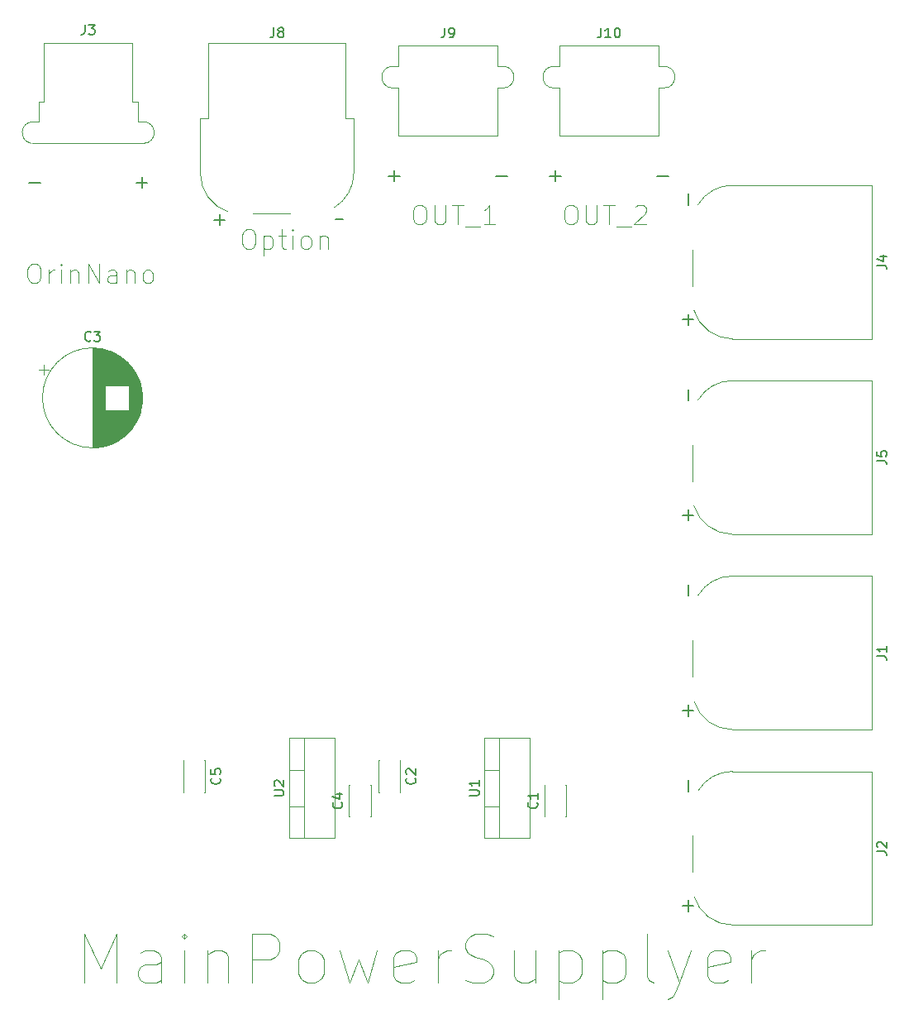
<source format=gbr>
%TF.GenerationSoftware,KiCad,Pcbnew,8.0.8-8.0.8-0~ubuntu24.04.1*%
%TF.CreationDate,2025-02-07T22:49:58+09:00*%
%TF.ProjectId,MainPowerSupply,4d61696e-506f-4776-9572-537570706c79,rev?*%
%TF.SameCoordinates,Original*%
%TF.FileFunction,Legend,Top*%
%TF.FilePolarity,Positive*%
%FSLAX46Y46*%
G04 Gerber Fmt 4.6, Leading zero omitted, Abs format (unit mm)*
G04 Created by KiCad (PCBNEW 8.0.8-8.0.8-0~ubuntu24.04.1) date 2025-02-07 22:49:58*
%MOMM*%
%LPD*%
G01*
G04 APERTURE LIST*
%ADD10C,0.100000*%
%ADD11C,0.150000*%
%ADD12C,0.120000*%
G04 APERTURE END LIST*
D10*
X110422931Y-73750038D02*
X110803884Y-73750038D01*
X110803884Y-73750038D02*
X110994360Y-73845276D01*
X110994360Y-73845276D02*
X111184836Y-74035752D01*
X111184836Y-74035752D02*
X111280074Y-74416704D01*
X111280074Y-74416704D02*
X111280074Y-75083371D01*
X111280074Y-75083371D02*
X111184836Y-75464323D01*
X111184836Y-75464323D02*
X110994360Y-75654800D01*
X110994360Y-75654800D02*
X110803884Y-75750038D01*
X110803884Y-75750038D02*
X110422931Y-75750038D01*
X110422931Y-75750038D02*
X110232455Y-75654800D01*
X110232455Y-75654800D02*
X110041979Y-75464323D01*
X110041979Y-75464323D02*
X109946741Y-75083371D01*
X109946741Y-75083371D02*
X109946741Y-74416704D01*
X109946741Y-74416704D02*
X110041979Y-74035752D01*
X110041979Y-74035752D02*
X110232455Y-73845276D01*
X110232455Y-73845276D02*
X110422931Y-73750038D01*
X112137217Y-75750038D02*
X112137217Y-74416704D01*
X112137217Y-74797657D02*
X112232455Y-74607180D01*
X112232455Y-74607180D02*
X112327693Y-74511942D01*
X112327693Y-74511942D02*
X112518169Y-74416704D01*
X112518169Y-74416704D02*
X112708646Y-74416704D01*
X113375312Y-75750038D02*
X113375312Y-74416704D01*
X113375312Y-73750038D02*
X113280074Y-73845276D01*
X113280074Y-73845276D02*
X113375312Y-73940514D01*
X113375312Y-73940514D02*
X113470550Y-73845276D01*
X113470550Y-73845276D02*
X113375312Y-73750038D01*
X113375312Y-73750038D02*
X113375312Y-73940514D01*
X114327693Y-74416704D02*
X114327693Y-75750038D01*
X114327693Y-74607180D02*
X114422931Y-74511942D01*
X114422931Y-74511942D02*
X114613407Y-74416704D01*
X114613407Y-74416704D02*
X114899122Y-74416704D01*
X114899122Y-74416704D02*
X115089598Y-74511942D01*
X115089598Y-74511942D02*
X115184836Y-74702419D01*
X115184836Y-74702419D02*
X115184836Y-75750038D01*
X116137217Y-75750038D02*
X116137217Y-73750038D01*
X116137217Y-73750038D02*
X117280074Y-75750038D01*
X117280074Y-75750038D02*
X117280074Y-73750038D01*
X119089598Y-75750038D02*
X119089598Y-74702419D01*
X119089598Y-74702419D02*
X118994360Y-74511942D01*
X118994360Y-74511942D02*
X118803884Y-74416704D01*
X118803884Y-74416704D02*
X118422931Y-74416704D01*
X118422931Y-74416704D02*
X118232455Y-74511942D01*
X119089598Y-75654800D02*
X118899122Y-75750038D01*
X118899122Y-75750038D02*
X118422931Y-75750038D01*
X118422931Y-75750038D02*
X118232455Y-75654800D01*
X118232455Y-75654800D02*
X118137217Y-75464323D01*
X118137217Y-75464323D02*
X118137217Y-75273847D01*
X118137217Y-75273847D02*
X118232455Y-75083371D01*
X118232455Y-75083371D02*
X118422931Y-74988133D01*
X118422931Y-74988133D02*
X118899122Y-74988133D01*
X118899122Y-74988133D02*
X119089598Y-74892895D01*
X120041979Y-74416704D02*
X120041979Y-75750038D01*
X120041979Y-74607180D02*
X120137217Y-74511942D01*
X120137217Y-74511942D02*
X120327693Y-74416704D01*
X120327693Y-74416704D02*
X120613408Y-74416704D01*
X120613408Y-74416704D02*
X120803884Y-74511942D01*
X120803884Y-74511942D02*
X120899122Y-74702419D01*
X120899122Y-74702419D02*
X120899122Y-75750038D01*
X122137217Y-75750038D02*
X121946741Y-75654800D01*
X121946741Y-75654800D02*
X121851503Y-75559561D01*
X121851503Y-75559561D02*
X121756265Y-75369085D01*
X121756265Y-75369085D02*
X121756265Y-74797657D01*
X121756265Y-74797657D02*
X121851503Y-74607180D01*
X121851503Y-74607180D02*
X121946741Y-74511942D01*
X121946741Y-74511942D02*
X122137217Y-74416704D01*
X122137217Y-74416704D02*
X122422932Y-74416704D01*
X122422932Y-74416704D02*
X122613408Y-74511942D01*
X122613408Y-74511942D02*
X122708646Y-74607180D01*
X122708646Y-74607180D02*
X122803884Y-74797657D01*
X122803884Y-74797657D02*
X122803884Y-75369085D01*
X122803884Y-75369085D02*
X122708646Y-75559561D01*
X122708646Y-75559561D02*
X122613408Y-75654800D01*
X122613408Y-75654800D02*
X122422932Y-75750038D01*
X122422932Y-75750038D02*
X122137217Y-75750038D01*
X149922931Y-67750038D02*
X150303884Y-67750038D01*
X150303884Y-67750038D02*
X150494360Y-67845276D01*
X150494360Y-67845276D02*
X150684836Y-68035752D01*
X150684836Y-68035752D02*
X150780074Y-68416704D01*
X150780074Y-68416704D02*
X150780074Y-69083371D01*
X150780074Y-69083371D02*
X150684836Y-69464323D01*
X150684836Y-69464323D02*
X150494360Y-69654800D01*
X150494360Y-69654800D02*
X150303884Y-69750038D01*
X150303884Y-69750038D02*
X149922931Y-69750038D01*
X149922931Y-69750038D02*
X149732455Y-69654800D01*
X149732455Y-69654800D02*
X149541979Y-69464323D01*
X149541979Y-69464323D02*
X149446741Y-69083371D01*
X149446741Y-69083371D02*
X149446741Y-68416704D01*
X149446741Y-68416704D02*
X149541979Y-68035752D01*
X149541979Y-68035752D02*
X149732455Y-67845276D01*
X149732455Y-67845276D02*
X149922931Y-67750038D01*
X151637217Y-67750038D02*
X151637217Y-69369085D01*
X151637217Y-69369085D02*
X151732455Y-69559561D01*
X151732455Y-69559561D02*
X151827693Y-69654800D01*
X151827693Y-69654800D02*
X152018169Y-69750038D01*
X152018169Y-69750038D02*
X152399122Y-69750038D01*
X152399122Y-69750038D02*
X152589598Y-69654800D01*
X152589598Y-69654800D02*
X152684836Y-69559561D01*
X152684836Y-69559561D02*
X152780074Y-69369085D01*
X152780074Y-69369085D02*
X152780074Y-67750038D01*
X153446741Y-67750038D02*
X154589598Y-67750038D01*
X154018169Y-69750038D02*
X154018169Y-67750038D01*
X154780075Y-69940514D02*
X156303884Y-69940514D01*
X157827694Y-69750038D02*
X156684837Y-69750038D01*
X157256265Y-69750038D02*
X157256265Y-67750038D01*
X157256265Y-67750038D02*
X157065789Y-68035752D01*
X157065789Y-68035752D02*
X156875313Y-68226228D01*
X156875313Y-68226228D02*
X156684837Y-68321466D01*
X132422931Y-70250038D02*
X132803884Y-70250038D01*
X132803884Y-70250038D02*
X132994360Y-70345276D01*
X132994360Y-70345276D02*
X133184836Y-70535752D01*
X133184836Y-70535752D02*
X133280074Y-70916704D01*
X133280074Y-70916704D02*
X133280074Y-71583371D01*
X133280074Y-71583371D02*
X133184836Y-71964323D01*
X133184836Y-71964323D02*
X132994360Y-72154800D01*
X132994360Y-72154800D02*
X132803884Y-72250038D01*
X132803884Y-72250038D02*
X132422931Y-72250038D01*
X132422931Y-72250038D02*
X132232455Y-72154800D01*
X132232455Y-72154800D02*
X132041979Y-71964323D01*
X132041979Y-71964323D02*
X131946741Y-71583371D01*
X131946741Y-71583371D02*
X131946741Y-70916704D01*
X131946741Y-70916704D02*
X132041979Y-70535752D01*
X132041979Y-70535752D02*
X132232455Y-70345276D01*
X132232455Y-70345276D02*
X132422931Y-70250038D01*
X134137217Y-70916704D02*
X134137217Y-72916704D01*
X134137217Y-71011942D02*
X134327693Y-70916704D01*
X134327693Y-70916704D02*
X134708646Y-70916704D01*
X134708646Y-70916704D02*
X134899122Y-71011942D01*
X134899122Y-71011942D02*
X134994360Y-71107180D01*
X134994360Y-71107180D02*
X135089598Y-71297657D01*
X135089598Y-71297657D02*
X135089598Y-71869085D01*
X135089598Y-71869085D02*
X134994360Y-72059561D01*
X134994360Y-72059561D02*
X134899122Y-72154800D01*
X134899122Y-72154800D02*
X134708646Y-72250038D01*
X134708646Y-72250038D02*
X134327693Y-72250038D01*
X134327693Y-72250038D02*
X134137217Y-72154800D01*
X135661027Y-70916704D02*
X136422931Y-70916704D01*
X135946741Y-70250038D02*
X135946741Y-71964323D01*
X135946741Y-71964323D02*
X136041979Y-72154800D01*
X136041979Y-72154800D02*
X136232455Y-72250038D01*
X136232455Y-72250038D02*
X136422931Y-72250038D01*
X137089598Y-72250038D02*
X137089598Y-70916704D01*
X137089598Y-70250038D02*
X136994360Y-70345276D01*
X136994360Y-70345276D02*
X137089598Y-70440514D01*
X137089598Y-70440514D02*
X137184836Y-70345276D01*
X137184836Y-70345276D02*
X137089598Y-70250038D01*
X137089598Y-70250038D02*
X137089598Y-70440514D01*
X138327693Y-72250038D02*
X138137217Y-72154800D01*
X138137217Y-72154800D02*
X138041979Y-72059561D01*
X138041979Y-72059561D02*
X137946741Y-71869085D01*
X137946741Y-71869085D02*
X137946741Y-71297657D01*
X137946741Y-71297657D02*
X138041979Y-71107180D01*
X138041979Y-71107180D02*
X138137217Y-71011942D01*
X138137217Y-71011942D02*
X138327693Y-70916704D01*
X138327693Y-70916704D02*
X138613408Y-70916704D01*
X138613408Y-70916704D02*
X138803884Y-71011942D01*
X138803884Y-71011942D02*
X138899122Y-71107180D01*
X138899122Y-71107180D02*
X138994360Y-71297657D01*
X138994360Y-71297657D02*
X138994360Y-71869085D01*
X138994360Y-71869085D02*
X138899122Y-72059561D01*
X138899122Y-72059561D02*
X138803884Y-72154800D01*
X138803884Y-72154800D02*
X138613408Y-72250038D01*
X138613408Y-72250038D02*
X138327693Y-72250038D01*
X139851503Y-70916704D02*
X139851503Y-72250038D01*
X139851503Y-71107180D02*
X139946741Y-71011942D01*
X139946741Y-71011942D02*
X140137217Y-70916704D01*
X140137217Y-70916704D02*
X140422932Y-70916704D01*
X140422932Y-70916704D02*
X140613408Y-71011942D01*
X140613408Y-71011942D02*
X140708646Y-71202419D01*
X140708646Y-71202419D02*
X140708646Y-72250038D01*
X115756265Y-147382895D02*
X115756265Y-142382895D01*
X115756265Y-142382895D02*
X117422931Y-145954323D01*
X117422931Y-145954323D02*
X119089598Y-142382895D01*
X119089598Y-142382895D02*
X119089598Y-147382895D01*
X123613408Y-147382895D02*
X123613408Y-144763847D01*
X123613408Y-144763847D02*
X123375313Y-144287657D01*
X123375313Y-144287657D02*
X122899122Y-144049561D01*
X122899122Y-144049561D02*
X121946741Y-144049561D01*
X121946741Y-144049561D02*
X121470551Y-144287657D01*
X123613408Y-147144800D02*
X123137217Y-147382895D01*
X123137217Y-147382895D02*
X121946741Y-147382895D01*
X121946741Y-147382895D02*
X121470551Y-147144800D01*
X121470551Y-147144800D02*
X121232455Y-146668609D01*
X121232455Y-146668609D02*
X121232455Y-146192419D01*
X121232455Y-146192419D02*
X121470551Y-145716228D01*
X121470551Y-145716228D02*
X121946741Y-145478133D01*
X121946741Y-145478133D02*
X123137217Y-145478133D01*
X123137217Y-145478133D02*
X123613408Y-145240038D01*
X125994361Y-147382895D02*
X125994361Y-144049561D01*
X125994361Y-142382895D02*
X125756265Y-142620990D01*
X125756265Y-142620990D02*
X125994361Y-142859085D01*
X125994361Y-142859085D02*
X126232456Y-142620990D01*
X126232456Y-142620990D02*
X125994361Y-142382895D01*
X125994361Y-142382895D02*
X125994361Y-142859085D01*
X128375313Y-144049561D02*
X128375313Y-147382895D01*
X128375313Y-144525752D02*
X128613408Y-144287657D01*
X128613408Y-144287657D02*
X129089598Y-144049561D01*
X129089598Y-144049561D02*
X129803884Y-144049561D01*
X129803884Y-144049561D02*
X130280075Y-144287657D01*
X130280075Y-144287657D02*
X130518170Y-144763847D01*
X130518170Y-144763847D02*
X130518170Y-147382895D01*
X132899123Y-147382895D02*
X132899123Y-142382895D01*
X132899123Y-142382895D02*
X134803885Y-142382895D01*
X134803885Y-142382895D02*
X135280075Y-142620990D01*
X135280075Y-142620990D02*
X135518170Y-142859085D01*
X135518170Y-142859085D02*
X135756266Y-143335276D01*
X135756266Y-143335276D02*
X135756266Y-144049561D01*
X135756266Y-144049561D02*
X135518170Y-144525752D01*
X135518170Y-144525752D02*
X135280075Y-144763847D01*
X135280075Y-144763847D02*
X134803885Y-145001942D01*
X134803885Y-145001942D02*
X132899123Y-145001942D01*
X138613408Y-147382895D02*
X138137218Y-147144800D01*
X138137218Y-147144800D02*
X137899123Y-146906704D01*
X137899123Y-146906704D02*
X137661027Y-146430514D01*
X137661027Y-146430514D02*
X137661027Y-145001942D01*
X137661027Y-145001942D02*
X137899123Y-144525752D01*
X137899123Y-144525752D02*
X138137218Y-144287657D01*
X138137218Y-144287657D02*
X138613408Y-144049561D01*
X138613408Y-144049561D02*
X139327694Y-144049561D01*
X139327694Y-144049561D02*
X139803885Y-144287657D01*
X139803885Y-144287657D02*
X140041980Y-144525752D01*
X140041980Y-144525752D02*
X140280075Y-145001942D01*
X140280075Y-145001942D02*
X140280075Y-146430514D01*
X140280075Y-146430514D02*
X140041980Y-146906704D01*
X140041980Y-146906704D02*
X139803885Y-147144800D01*
X139803885Y-147144800D02*
X139327694Y-147382895D01*
X139327694Y-147382895D02*
X138613408Y-147382895D01*
X141946742Y-144049561D02*
X142899123Y-147382895D01*
X142899123Y-147382895D02*
X143851504Y-145001942D01*
X143851504Y-145001942D02*
X144803885Y-147382895D01*
X144803885Y-147382895D02*
X145756266Y-144049561D01*
X149565790Y-147144800D02*
X149089599Y-147382895D01*
X149089599Y-147382895D02*
X148137218Y-147382895D01*
X148137218Y-147382895D02*
X147661028Y-147144800D01*
X147661028Y-147144800D02*
X147422932Y-146668609D01*
X147422932Y-146668609D02*
X147422932Y-144763847D01*
X147422932Y-144763847D02*
X147661028Y-144287657D01*
X147661028Y-144287657D02*
X148137218Y-144049561D01*
X148137218Y-144049561D02*
X149089599Y-144049561D01*
X149089599Y-144049561D02*
X149565790Y-144287657D01*
X149565790Y-144287657D02*
X149803885Y-144763847D01*
X149803885Y-144763847D02*
X149803885Y-145240038D01*
X149803885Y-145240038D02*
X147422932Y-145716228D01*
X151946742Y-147382895D02*
X151946742Y-144049561D01*
X151946742Y-145001942D02*
X152184837Y-144525752D01*
X152184837Y-144525752D02*
X152422932Y-144287657D01*
X152422932Y-144287657D02*
X152899123Y-144049561D01*
X152899123Y-144049561D02*
X153375313Y-144049561D01*
X154803884Y-147144800D02*
X155518170Y-147382895D01*
X155518170Y-147382895D02*
X156708646Y-147382895D01*
X156708646Y-147382895D02*
X157184837Y-147144800D01*
X157184837Y-147144800D02*
X157422932Y-146906704D01*
X157422932Y-146906704D02*
X157661027Y-146430514D01*
X157661027Y-146430514D02*
X157661027Y-145954323D01*
X157661027Y-145954323D02*
X157422932Y-145478133D01*
X157422932Y-145478133D02*
X157184837Y-145240038D01*
X157184837Y-145240038D02*
X156708646Y-145001942D01*
X156708646Y-145001942D02*
X155756265Y-144763847D01*
X155756265Y-144763847D02*
X155280075Y-144525752D01*
X155280075Y-144525752D02*
X155041980Y-144287657D01*
X155041980Y-144287657D02*
X154803884Y-143811466D01*
X154803884Y-143811466D02*
X154803884Y-143335276D01*
X154803884Y-143335276D02*
X155041980Y-142859085D01*
X155041980Y-142859085D02*
X155280075Y-142620990D01*
X155280075Y-142620990D02*
X155756265Y-142382895D01*
X155756265Y-142382895D02*
X156946742Y-142382895D01*
X156946742Y-142382895D02*
X157661027Y-142620990D01*
X161946742Y-144049561D02*
X161946742Y-147382895D01*
X159803885Y-144049561D02*
X159803885Y-146668609D01*
X159803885Y-146668609D02*
X160041980Y-147144800D01*
X160041980Y-147144800D02*
X160518170Y-147382895D01*
X160518170Y-147382895D02*
X161232456Y-147382895D01*
X161232456Y-147382895D02*
X161708647Y-147144800D01*
X161708647Y-147144800D02*
X161946742Y-146906704D01*
X164327695Y-144049561D02*
X164327695Y-149049561D01*
X164327695Y-144287657D02*
X164803885Y-144049561D01*
X164803885Y-144049561D02*
X165756266Y-144049561D01*
X165756266Y-144049561D02*
X166232457Y-144287657D01*
X166232457Y-144287657D02*
X166470552Y-144525752D01*
X166470552Y-144525752D02*
X166708647Y-145001942D01*
X166708647Y-145001942D02*
X166708647Y-146430514D01*
X166708647Y-146430514D02*
X166470552Y-146906704D01*
X166470552Y-146906704D02*
X166232457Y-147144800D01*
X166232457Y-147144800D02*
X165756266Y-147382895D01*
X165756266Y-147382895D02*
X164803885Y-147382895D01*
X164803885Y-147382895D02*
X164327695Y-147144800D01*
X168851505Y-144049561D02*
X168851505Y-149049561D01*
X168851505Y-144287657D02*
X169327695Y-144049561D01*
X169327695Y-144049561D02*
X170280076Y-144049561D01*
X170280076Y-144049561D02*
X170756267Y-144287657D01*
X170756267Y-144287657D02*
X170994362Y-144525752D01*
X170994362Y-144525752D02*
X171232457Y-145001942D01*
X171232457Y-145001942D02*
X171232457Y-146430514D01*
X171232457Y-146430514D02*
X170994362Y-146906704D01*
X170994362Y-146906704D02*
X170756267Y-147144800D01*
X170756267Y-147144800D02*
X170280076Y-147382895D01*
X170280076Y-147382895D02*
X169327695Y-147382895D01*
X169327695Y-147382895D02*
X168851505Y-147144800D01*
X174089600Y-147382895D02*
X173613410Y-147144800D01*
X173613410Y-147144800D02*
X173375315Y-146668609D01*
X173375315Y-146668609D02*
X173375315Y-142382895D01*
X175518172Y-144049561D02*
X176708648Y-147382895D01*
X177899125Y-144049561D02*
X176708648Y-147382895D01*
X176708648Y-147382895D02*
X176232458Y-148573371D01*
X176232458Y-148573371D02*
X175994363Y-148811466D01*
X175994363Y-148811466D02*
X175518172Y-149049561D01*
X181708649Y-147144800D02*
X181232458Y-147382895D01*
X181232458Y-147382895D02*
X180280077Y-147382895D01*
X180280077Y-147382895D02*
X179803887Y-147144800D01*
X179803887Y-147144800D02*
X179565791Y-146668609D01*
X179565791Y-146668609D02*
X179565791Y-144763847D01*
X179565791Y-144763847D02*
X179803887Y-144287657D01*
X179803887Y-144287657D02*
X180280077Y-144049561D01*
X180280077Y-144049561D02*
X181232458Y-144049561D01*
X181232458Y-144049561D02*
X181708649Y-144287657D01*
X181708649Y-144287657D02*
X181946744Y-144763847D01*
X181946744Y-144763847D02*
X181946744Y-145240038D01*
X181946744Y-145240038D02*
X179565791Y-145716228D01*
X184089601Y-147382895D02*
X184089601Y-144049561D01*
X184089601Y-145001942D02*
X184327696Y-144525752D01*
X184327696Y-144525752D02*
X184565791Y-144287657D01*
X184565791Y-144287657D02*
X185041982Y-144049561D01*
X185041982Y-144049561D02*
X185518172Y-144049561D01*
X165422931Y-67750038D02*
X165803884Y-67750038D01*
X165803884Y-67750038D02*
X165994360Y-67845276D01*
X165994360Y-67845276D02*
X166184836Y-68035752D01*
X166184836Y-68035752D02*
X166280074Y-68416704D01*
X166280074Y-68416704D02*
X166280074Y-69083371D01*
X166280074Y-69083371D02*
X166184836Y-69464323D01*
X166184836Y-69464323D02*
X165994360Y-69654800D01*
X165994360Y-69654800D02*
X165803884Y-69750038D01*
X165803884Y-69750038D02*
X165422931Y-69750038D01*
X165422931Y-69750038D02*
X165232455Y-69654800D01*
X165232455Y-69654800D02*
X165041979Y-69464323D01*
X165041979Y-69464323D02*
X164946741Y-69083371D01*
X164946741Y-69083371D02*
X164946741Y-68416704D01*
X164946741Y-68416704D02*
X165041979Y-68035752D01*
X165041979Y-68035752D02*
X165232455Y-67845276D01*
X165232455Y-67845276D02*
X165422931Y-67750038D01*
X167137217Y-67750038D02*
X167137217Y-69369085D01*
X167137217Y-69369085D02*
X167232455Y-69559561D01*
X167232455Y-69559561D02*
X167327693Y-69654800D01*
X167327693Y-69654800D02*
X167518169Y-69750038D01*
X167518169Y-69750038D02*
X167899122Y-69750038D01*
X167899122Y-69750038D02*
X168089598Y-69654800D01*
X168089598Y-69654800D02*
X168184836Y-69559561D01*
X168184836Y-69559561D02*
X168280074Y-69369085D01*
X168280074Y-69369085D02*
X168280074Y-67750038D01*
X168946741Y-67750038D02*
X170089598Y-67750038D01*
X169518169Y-69750038D02*
X169518169Y-67750038D01*
X170280075Y-69940514D02*
X171803884Y-69940514D01*
X172184837Y-67940514D02*
X172280075Y-67845276D01*
X172280075Y-67845276D02*
X172470551Y-67750038D01*
X172470551Y-67750038D02*
X172946742Y-67750038D01*
X172946742Y-67750038D02*
X173137218Y-67845276D01*
X173137218Y-67845276D02*
X173232456Y-67940514D01*
X173232456Y-67940514D02*
X173327694Y-68130990D01*
X173327694Y-68130990D02*
X173327694Y-68321466D01*
X173327694Y-68321466D02*
X173232456Y-68607180D01*
X173232456Y-68607180D02*
X172089599Y-69750038D01*
X172089599Y-69750038D02*
X173327694Y-69750038D01*
D11*
X196954819Y-73933333D02*
X197669104Y-73933333D01*
X197669104Y-73933333D02*
X197811961Y-73980952D01*
X197811961Y-73980952D02*
X197907200Y-74076190D01*
X197907200Y-74076190D02*
X197954819Y-74219047D01*
X197954819Y-74219047D02*
X197954819Y-74314285D01*
X197288152Y-73028571D02*
X197954819Y-73028571D01*
X196907200Y-73266666D02*
X197621485Y-73504761D01*
X197621485Y-73504761D02*
X197621485Y-72885714D01*
X177614700Y-80071428D02*
X177614700Y-78928571D01*
X178186128Y-79499999D02*
X177043271Y-79499999D01*
X177614700Y-67771428D02*
X177614700Y-66628571D01*
X168690476Y-49629819D02*
X168690476Y-50344104D01*
X168690476Y-50344104D02*
X168642857Y-50486961D01*
X168642857Y-50486961D02*
X168547619Y-50582200D01*
X168547619Y-50582200D02*
X168404762Y-50629819D01*
X168404762Y-50629819D02*
X168309524Y-50629819D01*
X169690476Y-50629819D02*
X169119048Y-50629819D01*
X169404762Y-50629819D02*
X169404762Y-49629819D01*
X169404762Y-49629819D02*
X169309524Y-49772676D01*
X169309524Y-49772676D02*
X169214286Y-49867914D01*
X169214286Y-49867914D02*
X169119048Y-49915533D01*
X170309524Y-49629819D02*
X170404762Y-49629819D01*
X170404762Y-49629819D02*
X170500000Y-49677438D01*
X170500000Y-49677438D02*
X170547619Y-49725057D01*
X170547619Y-49725057D02*
X170595238Y-49820295D01*
X170595238Y-49820295D02*
X170642857Y-50010771D01*
X170642857Y-50010771D02*
X170642857Y-50248866D01*
X170642857Y-50248866D02*
X170595238Y-50439342D01*
X170595238Y-50439342D02*
X170547619Y-50534580D01*
X170547619Y-50534580D02*
X170500000Y-50582200D01*
X170500000Y-50582200D02*
X170404762Y-50629819D01*
X170404762Y-50629819D02*
X170309524Y-50629819D01*
X170309524Y-50629819D02*
X170214286Y-50582200D01*
X170214286Y-50582200D02*
X170166667Y-50534580D01*
X170166667Y-50534580D02*
X170119048Y-50439342D01*
X170119048Y-50439342D02*
X170071429Y-50248866D01*
X170071429Y-50248866D02*
X170071429Y-50010771D01*
X170071429Y-50010771D02*
X170119048Y-49820295D01*
X170119048Y-49820295D02*
X170166667Y-49725057D01*
X170166667Y-49725057D02*
X170214286Y-49677438D01*
X170214286Y-49677438D02*
X170309524Y-49629819D01*
X163428571Y-64789700D02*
X164571429Y-64789700D01*
X164000000Y-65361128D02*
X164000000Y-64218271D01*
X174428571Y-64789700D02*
X175571429Y-64789700D01*
X196954819Y-113933333D02*
X197669104Y-113933333D01*
X197669104Y-113933333D02*
X197811961Y-113980952D01*
X197811961Y-113980952D02*
X197907200Y-114076190D01*
X197907200Y-114076190D02*
X197954819Y-114219047D01*
X197954819Y-114219047D02*
X197954819Y-114314285D01*
X197954819Y-112933333D02*
X197954819Y-113504761D01*
X197954819Y-113219047D02*
X196954819Y-113219047D01*
X196954819Y-113219047D02*
X197097676Y-113314285D01*
X197097676Y-113314285D02*
X197192914Y-113409523D01*
X197192914Y-113409523D02*
X197240533Y-113504761D01*
X177614700Y-107771428D02*
X177614700Y-106628571D01*
X177614700Y-120071428D02*
X177614700Y-118928571D01*
X178186128Y-119499999D02*
X177043271Y-119499999D01*
X116415656Y-81609580D02*
X116368037Y-81657200D01*
X116368037Y-81657200D02*
X116225180Y-81704819D01*
X116225180Y-81704819D02*
X116129942Y-81704819D01*
X116129942Y-81704819D02*
X115987085Y-81657200D01*
X115987085Y-81657200D02*
X115891847Y-81561961D01*
X115891847Y-81561961D02*
X115844228Y-81466723D01*
X115844228Y-81466723D02*
X115796609Y-81276247D01*
X115796609Y-81276247D02*
X115796609Y-81133390D01*
X115796609Y-81133390D02*
X115844228Y-80942914D01*
X115844228Y-80942914D02*
X115891847Y-80847676D01*
X115891847Y-80847676D02*
X115987085Y-80752438D01*
X115987085Y-80752438D02*
X116129942Y-80704819D01*
X116129942Y-80704819D02*
X116225180Y-80704819D01*
X116225180Y-80704819D02*
X116368037Y-80752438D01*
X116368037Y-80752438D02*
X116415656Y-80800057D01*
X116748990Y-80704819D02*
X117368037Y-80704819D01*
X117368037Y-80704819D02*
X117034704Y-81085771D01*
X117034704Y-81085771D02*
X117177561Y-81085771D01*
X117177561Y-81085771D02*
X117272799Y-81133390D01*
X117272799Y-81133390D02*
X117320418Y-81181009D01*
X117320418Y-81181009D02*
X117368037Y-81276247D01*
X117368037Y-81276247D02*
X117368037Y-81514342D01*
X117368037Y-81514342D02*
X117320418Y-81609580D01*
X117320418Y-81609580D02*
X117272799Y-81657200D01*
X117272799Y-81657200D02*
X117177561Y-81704819D01*
X117177561Y-81704819D02*
X116891847Y-81704819D01*
X116891847Y-81704819D02*
X116796609Y-81657200D01*
X116796609Y-81657200D02*
X116748990Y-81609580D01*
X135166666Y-49604819D02*
X135166666Y-50319104D01*
X135166666Y-50319104D02*
X135119047Y-50461961D01*
X135119047Y-50461961D02*
X135023809Y-50557200D01*
X135023809Y-50557200D02*
X134880952Y-50604819D01*
X134880952Y-50604819D02*
X134785714Y-50604819D01*
X135785714Y-50033390D02*
X135690476Y-49985771D01*
X135690476Y-49985771D02*
X135642857Y-49938152D01*
X135642857Y-49938152D02*
X135595238Y-49842914D01*
X135595238Y-49842914D02*
X135595238Y-49795295D01*
X135595238Y-49795295D02*
X135642857Y-49700057D01*
X135642857Y-49700057D02*
X135690476Y-49652438D01*
X135690476Y-49652438D02*
X135785714Y-49604819D01*
X135785714Y-49604819D02*
X135976190Y-49604819D01*
X135976190Y-49604819D02*
X136071428Y-49652438D01*
X136071428Y-49652438D02*
X136119047Y-49700057D01*
X136119047Y-49700057D02*
X136166666Y-49795295D01*
X136166666Y-49795295D02*
X136166666Y-49842914D01*
X136166666Y-49842914D02*
X136119047Y-49938152D01*
X136119047Y-49938152D02*
X136071428Y-49985771D01*
X136071428Y-49985771D02*
X135976190Y-50033390D01*
X135976190Y-50033390D02*
X135785714Y-50033390D01*
X135785714Y-50033390D02*
X135690476Y-50081009D01*
X135690476Y-50081009D02*
X135642857Y-50128628D01*
X135642857Y-50128628D02*
X135595238Y-50223866D01*
X135595238Y-50223866D02*
X135595238Y-50414342D01*
X135595238Y-50414342D02*
X135642857Y-50509580D01*
X135642857Y-50509580D02*
X135690476Y-50557200D01*
X135690476Y-50557200D02*
X135785714Y-50604819D01*
X135785714Y-50604819D02*
X135976190Y-50604819D01*
X135976190Y-50604819D02*
X136071428Y-50557200D01*
X136071428Y-50557200D02*
X136119047Y-50509580D01*
X136119047Y-50509580D02*
X136166666Y-50414342D01*
X136166666Y-50414342D02*
X136166666Y-50223866D01*
X136166666Y-50223866D02*
X136119047Y-50128628D01*
X136119047Y-50128628D02*
X136071428Y-50081009D01*
X136071428Y-50081009D02*
X135976190Y-50033390D01*
X129028571Y-69264700D02*
X130171429Y-69264700D01*
X129600000Y-69836128D02*
X129600000Y-68693271D01*
X141519048Y-69223866D02*
X142280953Y-69223866D01*
X149609580Y-126416666D02*
X149657200Y-126464285D01*
X149657200Y-126464285D02*
X149704819Y-126607142D01*
X149704819Y-126607142D02*
X149704819Y-126702380D01*
X149704819Y-126702380D02*
X149657200Y-126845237D01*
X149657200Y-126845237D02*
X149561961Y-126940475D01*
X149561961Y-126940475D02*
X149466723Y-126988094D01*
X149466723Y-126988094D02*
X149276247Y-127035713D01*
X149276247Y-127035713D02*
X149133390Y-127035713D01*
X149133390Y-127035713D02*
X148942914Y-126988094D01*
X148942914Y-126988094D02*
X148847676Y-126940475D01*
X148847676Y-126940475D02*
X148752438Y-126845237D01*
X148752438Y-126845237D02*
X148704819Y-126702380D01*
X148704819Y-126702380D02*
X148704819Y-126607142D01*
X148704819Y-126607142D02*
X148752438Y-126464285D01*
X148752438Y-126464285D02*
X148800057Y-126416666D01*
X148800057Y-126035713D02*
X148752438Y-125988094D01*
X148752438Y-125988094D02*
X148704819Y-125892856D01*
X148704819Y-125892856D02*
X148704819Y-125654761D01*
X148704819Y-125654761D02*
X148752438Y-125559523D01*
X148752438Y-125559523D02*
X148800057Y-125511904D01*
X148800057Y-125511904D02*
X148895295Y-125464285D01*
X148895295Y-125464285D02*
X148990533Y-125464285D01*
X148990533Y-125464285D02*
X149133390Y-125511904D01*
X149133390Y-125511904D02*
X149704819Y-126083332D01*
X149704819Y-126083332D02*
X149704819Y-125464285D01*
X196954819Y-93933333D02*
X197669104Y-93933333D01*
X197669104Y-93933333D02*
X197811961Y-93980952D01*
X197811961Y-93980952D02*
X197907200Y-94076190D01*
X197907200Y-94076190D02*
X197954819Y-94219047D01*
X197954819Y-94219047D02*
X197954819Y-94314285D01*
X196954819Y-92980952D02*
X196954819Y-93457142D01*
X196954819Y-93457142D02*
X197431009Y-93504761D01*
X197431009Y-93504761D02*
X197383390Y-93457142D01*
X197383390Y-93457142D02*
X197335771Y-93361904D01*
X197335771Y-93361904D02*
X197335771Y-93123809D01*
X197335771Y-93123809D02*
X197383390Y-93028571D01*
X197383390Y-93028571D02*
X197431009Y-92980952D01*
X197431009Y-92980952D02*
X197526247Y-92933333D01*
X197526247Y-92933333D02*
X197764342Y-92933333D01*
X197764342Y-92933333D02*
X197859580Y-92980952D01*
X197859580Y-92980952D02*
X197907200Y-93028571D01*
X197907200Y-93028571D02*
X197954819Y-93123809D01*
X197954819Y-93123809D02*
X197954819Y-93361904D01*
X197954819Y-93361904D02*
X197907200Y-93457142D01*
X197907200Y-93457142D02*
X197859580Y-93504761D01*
X177614700Y-87771428D02*
X177614700Y-86628571D01*
X177614700Y-100071428D02*
X177614700Y-98928571D01*
X178186128Y-99499999D02*
X177043271Y-99499999D01*
X115816666Y-49304819D02*
X115816666Y-50019104D01*
X115816666Y-50019104D02*
X115769047Y-50161961D01*
X115769047Y-50161961D02*
X115673809Y-50257200D01*
X115673809Y-50257200D02*
X115530952Y-50304819D01*
X115530952Y-50304819D02*
X115435714Y-50304819D01*
X116197619Y-49304819D02*
X116816666Y-49304819D01*
X116816666Y-49304819D02*
X116483333Y-49685771D01*
X116483333Y-49685771D02*
X116626190Y-49685771D01*
X116626190Y-49685771D02*
X116721428Y-49733390D01*
X116721428Y-49733390D02*
X116769047Y-49781009D01*
X116769047Y-49781009D02*
X116816666Y-49876247D01*
X116816666Y-49876247D02*
X116816666Y-50114342D01*
X116816666Y-50114342D02*
X116769047Y-50209580D01*
X116769047Y-50209580D02*
X116721428Y-50257200D01*
X116721428Y-50257200D02*
X116626190Y-50304819D01*
X116626190Y-50304819D02*
X116340476Y-50304819D01*
X116340476Y-50304819D02*
X116245238Y-50257200D01*
X116245238Y-50257200D02*
X116197619Y-50209580D01*
X110078571Y-65464700D02*
X111221429Y-65464700D01*
X121078571Y-65464700D02*
X122221429Y-65464700D01*
X121650000Y-66036128D02*
X121650000Y-64893271D01*
X142109580Y-128916666D02*
X142157200Y-128964285D01*
X142157200Y-128964285D02*
X142204819Y-129107142D01*
X142204819Y-129107142D02*
X142204819Y-129202380D01*
X142204819Y-129202380D02*
X142157200Y-129345237D01*
X142157200Y-129345237D02*
X142061961Y-129440475D01*
X142061961Y-129440475D02*
X141966723Y-129488094D01*
X141966723Y-129488094D02*
X141776247Y-129535713D01*
X141776247Y-129535713D02*
X141633390Y-129535713D01*
X141633390Y-129535713D02*
X141442914Y-129488094D01*
X141442914Y-129488094D02*
X141347676Y-129440475D01*
X141347676Y-129440475D02*
X141252438Y-129345237D01*
X141252438Y-129345237D02*
X141204819Y-129202380D01*
X141204819Y-129202380D02*
X141204819Y-129107142D01*
X141204819Y-129107142D02*
X141252438Y-128964285D01*
X141252438Y-128964285D02*
X141300057Y-128916666D01*
X141538152Y-128059523D02*
X142204819Y-128059523D01*
X141157200Y-128297618D02*
X141871485Y-128535713D01*
X141871485Y-128535713D02*
X141871485Y-127916666D01*
X162109580Y-128916666D02*
X162157200Y-128964285D01*
X162157200Y-128964285D02*
X162204819Y-129107142D01*
X162204819Y-129107142D02*
X162204819Y-129202380D01*
X162204819Y-129202380D02*
X162157200Y-129345237D01*
X162157200Y-129345237D02*
X162061961Y-129440475D01*
X162061961Y-129440475D02*
X161966723Y-129488094D01*
X161966723Y-129488094D02*
X161776247Y-129535713D01*
X161776247Y-129535713D02*
X161633390Y-129535713D01*
X161633390Y-129535713D02*
X161442914Y-129488094D01*
X161442914Y-129488094D02*
X161347676Y-129440475D01*
X161347676Y-129440475D02*
X161252438Y-129345237D01*
X161252438Y-129345237D02*
X161204819Y-129202380D01*
X161204819Y-129202380D02*
X161204819Y-129107142D01*
X161204819Y-129107142D02*
X161252438Y-128964285D01*
X161252438Y-128964285D02*
X161300057Y-128916666D01*
X162204819Y-127964285D02*
X162204819Y-128535713D01*
X162204819Y-128249999D02*
X161204819Y-128249999D01*
X161204819Y-128249999D02*
X161347676Y-128345237D01*
X161347676Y-128345237D02*
X161442914Y-128440475D01*
X161442914Y-128440475D02*
X161490533Y-128535713D01*
X155184819Y-128221904D02*
X155994342Y-128221904D01*
X155994342Y-128221904D02*
X156089580Y-128174285D01*
X156089580Y-128174285D02*
X156137200Y-128126666D01*
X156137200Y-128126666D02*
X156184819Y-128031428D01*
X156184819Y-128031428D02*
X156184819Y-127840952D01*
X156184819Y-127840952D02*
X156137200Y-127745714D01*
X156137200Y-127745714D02*
X156089580Y-127698095D01*
X156089580Y-127698095D02*
X155994342Y-127650476D01*
X155994342Y-127650476D02*
X155184819Y-127650476D01*
X156184819Y-126650476D02*
X156184819Y-127221904D01*
X156184819Y-126936190D02*
X155184819Y-126936190D01*
X155184819Y-126936190D02*
X155327676Y-127031428D01*
X155327676Y-127031428D02*
X155422914Y-127126666D01*
X155422914Y-127126666D02*
X155470533Y-127221904D01*
X135184819Y-128221904D02*
X135994342Y-128221904D01*
X135994342Y-128221904D02*
X136089580Y-128174285D01*
X136089580Y-128174285D02*
X136137200Y-128126666D01*
X136137200Y-128126666D02*
X136184819Y-128031428D01*
X136184819Y-128031428D02*
X136184819Y-127840952D01*
X136184819Y-127840952D02*
X136137200Y-127745714D01*
X136137200Y-127745714D02*
X136089580Y-127698095D01*
X136089580Y-127698095D02*
X135994342Y-127650476D01*
X135994342Y-127650476D02*
X135184819Y-127650476D01*
X135280057Y-127221904D02*
X135232438Y-127174285D01*
X135232438Y-127174285D02*
X135184819Y-127079047D01*
X135184819Y-127079047D02*
X135184819Y-126840952D01*
X135184819Y-126840952D02*
X135232438Y-126745714D01*
X135232438Y-126745714D02*
X135280057Y-126698095D01*
X135280057Y-126698095D02*
X135375295Y-126650476D01*
X135375295Y-126650476D02*
X135470533Y-126650476D01*
X135470533Y-126650476D02*
X135613390Y-126698095D01*
X135613390Y-126698095D02*
X136184819Y-127269523D01*
X136184819Y-127269523D02*
X136184819Y-126650476D01*
X129609580Y-126416666D02*
X129657200Y-126464285D01*
X129657200Y-126464285D02*
X129704819Y-126607142D01*
X129704819Y-126607142D02*
X129704819Y-126702380D01*
X129704819Y-126702380D02*
X129657200Y-126845237D01*
X129657200Y-126845237D02*
X129561961Y-126940475D01*
X129561961Y-126940475D02*
X129466723Y-126988094D01*
X129466723Y-126988094D02*
X129276247Y-127035713D01*
X129276247Y-127035713D02*
X129133390Y-127035713D01*
X129133390Y-127035713D02*
X128942914Y-126988094D01*
X128942914Y-126988094D02*
X128847676Y-126940475D01*
X128847676Y-126940475D02*
X128752438Y-126845237D01*
X128752438Y-126845237D02*
X128704819Y-126702380D01*
X128704819Y-126702380D02*
X128704819Y-126607142D01*
X128704819Y-126607142D02*
X128752438Y-126464285D01*
X128752438Y-126464285D02*
X128800057Y-126416666D01*
X128704819Y-125511904D02*
X128704819Y-125988094D01*
X128704819Y-125988094D02*
X129181009Y-126035713D01*
X129181009Y-126035713D02*
X129133390Y-125988094D01*
X129133390Y-125988094D02*
X129085771Y-125892856D01*
X129085771Y-125892856D02*
X129085771Y-125654761D01*
X129085771Y-125654761D02*
X129133390Y-125559523D01*
X129133390Y-125559523D02*
X129181009Y-125511904D01*
X129181009Y-125511904D02*
X129276247Y-125464285D01*
X129276247Y-125464285D02*
X129514342Y-125464285D01*
X129514342Y-125464285D02*
X129609580Y-125511904D01*
X129609580Y-125511904D02*
X129657200Y-125559523D01*
X129657200Y-125559523D02*
X129704819Y-125654761D01*
X129704819Y-125654761D02*
X129704819Y-125892856D01*
X129704819Y-125892856D02*
X129657200Y-125988094D01*
X129657200Y-125988094D02*
X129609580Y-126035713D01*
X196954819Y-133933333D02*
X197669104Y-133933333D01*
X197669104Y-133933333D02*
X197811961Y-133980952D01*
X197811961Y-133980952D02*
X197907200Y-134076190D01*
X197907200Y-134076190D02*
X197954819Y-134219047D01*
X197954819Y-134219047D02*
X197954819Y-134314285D01*
X197050057Y-133504761D02*
X197002438Y-133457142D01*
X197002438Y-133457142D02*
X196954819Y-133361904D01*
X196954819Y-133361904D02*
X196954819Y-133123809D01*
X196954819Y-133123809D02*
X197002438Y-133028571D01*
X197002438Y-133028571D02*
X197050057Y-132980952D01*
X197050057Y-132980952D02*
X197145295Y-132933333D01*
X197145295Y-132933333D02*
X197240533Y-132933333D01*
X197240533Y-132933333D02*
X197383390Y-132980952D01*
X197383390Y-132980952D02*
X197954819Y-133552380D01*
X197954819Y-133552380D02*
X197954819Y-132933333D01*
X177614700Y-127771428D02*
X177614700Y-126628571D01*
X177614700Y-140071428D02*
X177614700Y-138928571D01*
X178186128Y-139499999D02*
X177043271Y-139499999D01*
X152666666Y-49629819D02*
X152666666Y-50344104D01*
X152666666Y-50344104D02*
X152619047Y-50486961D01*
X152619047Y-50486961D02*
X152523809Y-50582200D01*
X152523809Y-50582200D02*
X152380952Y-50629819D01*
X152380952Y-50629819D02*
X152285714Y-50629819D01*
X153190476Y-50629819D02*
X153380952Y-50629819D01*
X153380952Y-50629819D02*
X153476190Y-50582200D01*
X153476190Y-50582200D02*
X153523809Y-50534580D01*
X153523809Y-50534580D02*
X153619047Y-50391723D01*
X153619047Y-50391723D02*
X153666666Y-50201247D01*
X153666666Y-50201247D02*
X153666666Y-49820295D01*
X153666666Y-49820295D02*
X153619047Y-49725057D01*
X153619047Y-49725057D02*
X153571428Y-49677438D01*
X153571428Y-49677438D02*
X153476190Y-49629819D01*
X153476190Y-49629819D02*
X153285714Y-49629819D01*
X153285714Y-49629819D02*
X153190476Y-49677438D01*
X153190476Y-49677438D02*
X153142857Y-49725057D01*
X153142857Y-49725057D02*
X153095238Y-49820295D01*
X153095238Y-49820295D02*
X153095238Y-50058390D01*
X153095238Y-50058390D02*
X153142857Y-50153628D01*
X153142857Y-50153628D02*
X153190476Y-50201247D01*
X153190476Y-50201247D02*
X153285714Y-50248866D01*
X153285714Y-50248866D02*
X153476190Y-50248866D01*
X153476190Y-50248866D02*
X153571428Y-50201247D01*
X153571428Y-50201247D02*
X153619047Y-50153628D01*
X153619047Y-50153628D02*
X153666666Y-50058390D01*
X157928571Y-64789700D02*
X159071429Y-64789700D01*
X146928571Y-64789700D02*
X148071429Y-64789700D01*
X147500000Y-65361128D02*
X147500000Y-64218271D01*
D12*
%TO.C,J4*%
X178040000Y-72310000D02*
X178040000Y-76050000D01*
X196460000Y-65740000D02*
X182150000Y-65740000D01*
X196460000Y-65740000D02*
X196460000Y-81460000D01*
X196460000Y-81460000D02*
X182150000Y-81460000D01*
X178627042Y-67733194D02*
G75*
G02*
X182150000Y-65740000I3522957J-2116805D01*
G01*
X182150000Y-81460000D02*
G75*
G02*
X178219587Y-78551648I0J4110000D01*
G01*
%TO.C,J10*%
X163850000Y-53565000D02*
X164440000Y-53565000D01*
X163850000Y-55785000D02*
X164440000Y-55785000D01*
X164440000Y-51465000D02*
X164440000Y-53565000D01*
X164440000Y-51465000D02*
X174560000Y-51465000D01*
X164440000Y-55785000D02*
X164440000Y-60685000D01*
X164440000Y-60685000D02*
X174560000Y-60685000D01*
X174560000Y-51465000D02*
X174560000Y-53565000D01*
X174560000Y-53565000D02*
X175150000Y-53565000D01*
X174560000Y-55785000D02*
X174560000Y-60685000D01*
X174560000Y-55785000D02*
X175150000Y-55785000D01*
X163850000Y-55785000D02*
G75*
G02*
X163850000Y-53565000I0J1110000D01*
G01*
X175150000Y-53565000D02*
G75*
G02*
X175150000Y-55785000I0J-1110000D01*
G01*
%TO.C,J1*%
X178040000Y-112310000D02*
X178040000Y-116050000D01*
X196460000Y-105740000D02*
X182150000Y-105740000D01*
X196460000Y-105740000D02*
X196460000Y-121460000D01*
X196460000Y-121460000D02*
X182150000Y-121460000D01*
X178627042Y-107733194D02*
G75*
G02*
X182150000Y-105740000I3522957J-2116805D01*
G01*
X182150000Y-121460000D02*
G75*
G02*
X178219587Y-118551648I0J4110000D01*
G01*
%TO.C,C3*%
X111102677Y-84625000D02*
X112102677Y-84625000D01*
X111602677Y-84125000D02*
X111602677Y-85125000D01*
X116582323Y-82420000D02*
X116582323Y-92580000D01*
X116622323Y-82420000D02*
X116622323Y-92580000D01*
X116662323Y-82420000D02*
X116662323Y-92580000D01*
X116702323Y-82421000D02*
X116702323Y-92579000D01*
X116742323Y-82422000D02*
X116742323Y-92578000D01*
X116782323Y-82423000D02*
X116782323Y-92577000D01*
X116822323Y-82425000D02*
X116822323Y-92575000D01*
X116862323Y-82427000D02*
X116862323Y-92573000D01*
X116902323Y-82430000D02*
X116902323Y-92570000D01*
X116942323Y-82432000D02*
X116942323Y-92568000D01*
X116982323Y-82435000D02*
X116982323Y-92565000D01*
X117022323Y-82438000D02*
X117022323Y-92562000D01*
X117062323Y-82442000D02*
X117062323Y-92558000D01*
X117102323Y-82446000D02*
X117102323Y-92554000D01*
X117142323Y-82450000D02*
X117142323Y-92550000D01*
X117182323Y-82455000D02*
X117182323Y-92545000D01*
X117222323Y-82460000D02*
X117222323Y-92540000D01*
X117262323Y-82465000D02*
X117262323Y-92535000D01*
X117303323Y-82470000D02*
X117303323Y-92530000D01*
X117343323Y-82476000D02*
X117343323Y-92524000D01*
X117383323Y-82482000D02*
X117383323Y-92518000D01*
X117423323Y-82489000D02*
X117423323Y-92511000D01*
X117463323Y-82496000D02*
X117463323Y-92504000D01*
X117503323Y-82503000D02*
X117503323Y-92497000D01*
X117543323Y-82510000D02*
X117543323Y-92490000D01*
X117583323Y-82518000D02*
X117583323Y-92482000D01*
X117623323Y-82526000D02*
X117623323Y-92474000D01*
X117663323Y-82535000D02*
X117663323Y-92465000D01*
X117703323Y-82544000D02*
X117703323Y-92456000D01*
X117743323Y-82553000D02*
X117743323Y-92447000D01*
X117783323Y-82562000D02*
X117783323Y-92438000D01*
X117823323Y-82572000D02*
X117823323Y-92428000D01*
X117863323Y-82582000D02*
X117863323Y-86259000D01*
X117863323Y-88741000D02*
X117863323Y-92418000D01*
X117903323Y-82593000D02*
X117903323Y-86259000D01*
X117903323Y-88741000D02*
X117903323Y-92407000D01*
X117943323Y-82603000D02*
X117943323Y-86259000D01*
X117943323Y-88741000D02*
X117943323Y-92397000D01*
X117983323Y-82615000D02*
X117983323Y-86259000D01*
X117983323Y-88741000D02*
X117983323Y-92385000D01*
X118023323Y-82626000D02*
X118023323Y-86259000D01*
X118023323Y-88741000D02*
X118023323Y-92374000D01*
X118063323Y-82638000D02*
X118063323Y-86259000D01*
X118063323Y-88741000D02*
X118063323Y-92362000D01*
X118103323Y-82650000D02*
X118103323Y-86259000D01*
X118103323Y-88741000D02*
X118103323Y-92350000D01*
X118143323Y-82663000D02*
X118143323Y-86259000D01*
X118143323Y-88741000D02*
X118143323Y-92337000D01*
X118183323Y-82676000D02*
X118183323Y-86259000D01*
X118183323Y-88741000D02*
X118183323Y-92324000D01*
X118223323Y-82689000D02*
X118223323Y-86259000D01*
X118223323Y-88741000D02*
X118223323Y-92311000D01*
X118263323Y-82703000D02*
X118263323Y-86259000D01*
X118263323Y-88741000D02*
X118263323Y-92297000D01*
X118303323Y-82717000D02*
X118303323Y-86259000D01*
X118303323Y-88741000D02*
X118303323Y-92283000D01*
X118343323Y-82732000D02*
X118343323Y-86259000D01*
X118343323Y-88741000D02*
X118343323Y-92268000D01*
X118383323Y-82746000D02*
X118383323Y-86259000D01*
X118383323Y-88741000D02*
X118383323Y-92254000D01*
X118423323Y-82762000D02*
X118423323Y-86259000D01*
X118423323Y-88741000D02*
X118423323Y-92238000D01*
X118463323Y-82777000D02*
X118463323Y-86259000D01*
X118463323Y-88741000D02*
X118463323Y-92223000D01*
X118503323Y-82793000D02*
X118503323Y-86259000D01*
X118503323Y-88741000D02*
X118503323Y-92207000D01*
X118543323Y-82810000D02*
X118543323Y-86259000D01*
X118543323Y-88741000D02*
X118543323Y-92190000D01*
X118583323Y-82826000D02*
X118583323Y-86259000D01*
X118583323Y-88741000D02*
X118583323Y-92174000D01*
X118623323Y-82843000D02*
X118623323Y-86259000D01*
X118623323Y-88741000D02*
X118623323Y-92157000D01*
X118663323Y-82861000D02*
X118663323Y-86259000D01*
X118663323Y-88741000D02*
X118663323Y-92139000D01*
X118703323Y-82879000D02*
X118703323Y-86259000D01*
X118703323Y-88741000D02*
X118703323Y-92121000D01*
X118743323Y-82897000D02*
X118743323Y-86259000D01*
X118743323Y-88741000D02*
X118743323Y-92103000D01*
X118783323Y-82916000D02*
X118783323Y-86259000D01*
X118783323Y-88741000D02*
X118783323Y-92084000D01*
X118823323Y-82936000D02*
X118823323Y-86259000D01*
X118823323Y-88741000D02*
X118823323Y-92064000D01*
X118863323Y-82955000D02*
X118863323Y-86259000D01*
X118863323Y-88741000D02*
X118863323Y-92045000D01*
X118903323Y-82975000D02*
X118903323Y-86259000D01*
X118903323Y-88741000D02*
X118903323Y-92025000D01*
X118943323Y-82996000D02*
X118943323Y-86259000D01*
X118943323Y-88741000D02*
X118943323Y-92004000D01*
X118983323Y-83017000D02*
X118983323Y-86259000D01*
X118983323Y-88741000D02*
X118983323Y-91983000D01*
X119023323Y-83038000D02*
X119023323Y-86259000D01*
X119023323Y-88741000D02*
X119023323Y-91962000D01*
X119063323Y-83060000D02*
X119063323Y-86259000D01*
X119063323Y-88741000D02*
X119063323Y-91940000D01*
X119103323Y-83083000D02*
X119103323Y-86259000D01*
X119103323Y-88741000D02*
X119103323Y-91917000D01*
X119143323Y-83105000D02*
X119143323Y-86259000D01*
X119143323Y-88741000D02*
X119143323Y-91895000D01*
X119183323Y-83129000D02*
X119183323Y-86259000D01*
X119183323Y-88741000D02*
X119183323Y-91871000D01*
X119223323Y-83153000D02*
X119223323Y-86259000D01*
X119223323Y-88741000D02*
X119223323Y-91847000D01*
X119263323Y-83177000D02*
X119263323Y-86259000D01*
X119263323Y-88741000D02*
X119263323Y-91823000D01*
X119303323Y-83202000D02*
X119303323Y-86259000D01*
X119303323Y-88741000D02*
X119303323Y-91798000D01*
X119343323Y-83227000D02*
X119343323Y-86259000D01*
X119343323Y-88741000D02*
X119343323Y-91773000D01*
X119383323Y-83253000D02*
X119383323Y-86259000D01*
X119383323Y-88741000D02*
X119383323Y-91747000D01*
X119423323Y-83279000D02*
X119423323Y-86259000D01*
X119423323Y-88741000D02*
X119423323Y-91721000D01*
X119463323Y-83306000D02*
X119463323Y-86259000D01*
X119463323Y-88741000D02*
X119463323Y-91694000D01*
X119503323Y-83334000D02*
X119503323Y-86259000D01*
X119503323Y-88741000D02*
X119503323Y-91666000D01*
X119543323Y-83362000D02*
X119543323Y-86259000D01*
X119543323Y-88741000D02*
X119543323Y-91638000D01*
X119583323Y-83390000D02*
X119583323Y-86259000D01*
X119583323Y-88741000D02*
X119583323Y-91610000D01*
X119623323Y-83420000D02*
X119623323Y-86259000D01*
X119623323Y-88741000D02*
X119623323Y-91580000D01*
X119663323Y-83450000D02*
X119663323Y-86259000D01*
X119663323Y-88741000D02*
X119663323Y-91550000D01*
X119703323Y-83480000D02*
X119703323Y-86259000D01*
X119703323Y-88741000D02*
X119703323Y-91520000D01*
X119743323Y-83511000D02*
X119743323Y-86259000D01*
X119743323Y-88741000D02*
X119743323Y-91489000D01*
X119783323Y-83543000D02*
X119783323Y-86259000D01*
X119783323Y-88741000D02*
X119783323Y-91457000D01*
X119823323Y-83575000D02*
X119823323Y-86259000D01*
X119823323Y-88741000D02*
X119823323Y-91425000D01*
X119863323Y-83608000D02*
X119863323Y-86259000D01*
X119863323Y-88741000D02*
X119863323Y-91392000D01*
X119903323Y-83642000D02*
X119903323Y-86259000D01*
X119903323Y-88741000D02*
X119903323Y-91358000D01*
X119943323Y-83676000D02*
X119943323Y-86259000D01*
X119943323Y-88741000D02*
X119943323Y-91324000D01*
X119983323Y-83711000D02*
X119983323Y-86259000D01*
X119983323Y-88741000D02*
X119983323Y-91289000D01*
X120023323Y-83747000D02*
X120023323Y-86259000D01*
X120023323Y-88741000D02*
X120023323Y-91253000D01*
X120063323Y-83784000D02*
X120063323Y-86259000D01*
X120063323Y-88741000D02*
X120063323Y-91216000D01*
X120103323Y-83821000D02*
X120103323Y-86259000D01*
X120103323Y-88741000D02*
X120103323Y-91179000D01*
X120143323Y-83860000D02*
X120143323Y-86259000D01*
X120143323Y-88741000D02*
X120143323Y-91140000D01*
X120183323Y-83899000D02*
X120183323Y-86259000D01*
X120183323Y-88741000D02*
X120183323Y-91101000D01*
X120223323Y-83939000D02*
X120223323Y-86259000D01*
X120223323Y-88741000D02*
X120223323Y-91061000D01*
X120263323Y-83980000D02*
X120263323Y-86259000D01*
X120263323Y-88741000D02*
X120263323Y-91020000D01*
X120303323Y-84022000D02*
X120303323Y-86259000D01*
X120303323Y-88741000D02*
X120303323Y-90978000D01*
X120343323Y-84064000D02*
X120343323Y-90936000D01*
X120383323Y-84108000D02*
X120383323Y-90892000D01*
X120423323Y-84153000D02*
X120423323Y-90847000D01*
X120463323Y-84199000D02*
X120463323Y-90801000D01*
X120503323Y-84246000D02*
X120503323Y-90754000D01*
X120543323Y-84294000D02*
X120543323Y-90706000D01*
X120583323Y-84344000D02*
X120583323Y-90656000D01*
X120623323Y-84394000D02*
X120623323Y-90606000D01*
X120663323Y-84446000D02*
X120663323Y-90554000D01*
X120703323Y-84500000D02*
X120703323Y-90500000D01*
X120743323Y-84555000D02*
X120743323Y-90445000D01*
X120783323Y-84611000D02*
X120783323Y-90389000D01*
X120823323Y-84670000D02*
X120823323Y-90330000D01*
X120863323Y-84730000D02*
X120863323Y-90270000D01*
X120903323Y-84791000D02*
X120903323Y-90209000D01*
X120943323Y-84855000D02*
X120943323Y-90145000D01*
X120983323Y-84921000D02*
X120983323Y-90079000D01*
X121023323Y-84990000D02*
X121023323Y-90010000D01*
X121063323Y-85061000D02*
X121063323Y-89939000D01*
X121103323Y-85135000D02*
X121103323Y-89865000D01*
X121143323Y-85211000D02*
X121143323Y-89789000D01*
X121183323Y-85291000D02*
X121183323Y-89709000D01*
X121223323Y-85375000D02*
X121223323Y-89625000D01*
X121263323Y-85463000D02*
X121263323Y-89537000D01*
X121303323Y-85556000D02*
X121303323Y-89444000D01*
X121343323Y-85654000D02*
X121343323Y-89346000D01*
X121383323Y-85758000D02*
X121383323Y-89242000D01*
X121423323Y-85870000D02*
X121423323Y-89130000D01*
X121463323Y-85990000D02*
X121463323Y-89010000D01*
X121503323Y-86122000D02*
X121503323Y-88878000D01*
X121543323Y-86270000D02*
X121543323Y-88730000D01*
X121583323Y-86438000D02*
X121583323Y-88562000D01*
X121623323Y-86638000D02*
X121623323Y-88362000D01*
X121663323Y-86901000D02*
X121663323Y-88099000D01*
X121702323Y-87500000D02*
G75*
G02*
X111462323Y-87500000I-5120000J0D01*
G01*
X111462323Y-87500000D02*
G75*
G02*
X121702323Y-87500000I5120000J0D01*
G01*
%TO.C,J8*%
X127640000Y-58890000D02*
X127640000Y-64500000D01*
X127640000Y-58890000D02*
X128490000Y-58890000D01*
X128490000Y-51190000D02*
X128490000Y-58890000D01*
X128490000Y-51190000D02*
X142510000Y-51190000D01*
X133050000Y-68610000D02*
X136790000Y-68610000D01*
X142510000Y-51190000D02*
X142510000Y-58890000D01*
X142510000Y-58890000D02*
X143360000Y-58890000D01*
X143360000Y-58890000D02*
X143360000Y-64500000D01*
X130510100Y-68458718D02*
G75*
G02*
X127640000Y-64500000I1239898J3918716D01*
G01*
X143360000Y-64500000D02*
G75*
G02*
X141366806Y-68022958I-4110000J0D01*
G01*
%TO.C,C2*%
X145880000Y-124630000D02*
X145880000Y-127870000D01*
X145945000Y-124630000D02*
X145880000Y-124630000D01*
X145945000Y-127870000D02*
X145880000Y-127870000D01*
X148120000Y-124630000D02*
X148055000Y-124630000D01*
X148120000Y-124630000D02*
X148120000Y-127870000D01*
X148120000Y-127870000D02*
X148055000Y-127870000D01*
%TO.C,J5*%
X178040000Y-92310000D02*
X178040000Y-96050000D01*
X196460000Y-85740000D02*
X182150000Y-85740000D01*
X196460000Y-85740000D02*
X196460000Y-101460000D01*
X196460000Y-101460000D02*
X182150000Y-101460000D01*
X178627042Y-87733194D02*
G75*
G02*
X182150000Y-85740000I3522957J-2116805D01*
G01*
X182150000Y-101460000D02*
G75*
G02*
X178219587Y-98551648I0J4110000D01*
G01*
%TO.C,J3*%
X110390000Y-59240000D02*
X111090000Y-59240000D01*
X110390000Y-61460000D02*
X121910000Y-61460000D01*
X111090000Y-57190000D02*
X111090000Y-59240000D01*
X111090000Y-57190000D02*
X111620000Y-57190000D01*
X111620000Y-51190000D02*
X111620000Y-57190000D01*
X111620000Y-51190000D02*
X120650000Y-51190000D01*
X120680000Y-51190000D02*
X120680000Y-57190000D01*
X120680000Y-57190000D02*
X121210000Y-57190000D01*
X121210000Y-57190000D02*
X121210000Y-59240000D01*
X121210000Y-59240000D02*
X121910000Y-59240000D01*
X110328271Y-61446635D02*
G75*
G02*
X110500000Y-59240000I171730J1096635D01*
G01*
X121800000Y-59240000D02*
G75*
G02*
X121800000Y-61460000I0J-1110000D01*
G01*
%TO.C,C4*%
X142880000Y-127130000D02*
X142945000Y-127130000D01*
X142880000Y-130370000D02*
X142880000Y-127130000D01*
X142880000Y-130370000D02*
X142945000Y-130370000D01*
X145055000Y-127130000D02*
X145120000Y-127130000D01*
X145055000Y-130370000D02*
X145120000Y-130370000D01*
X145120000Y-130370000D02*
X145120000Y-127130000D01*
%TO.C,C1*%
X162880000Y-127130000D02*
X162945000Y-127130000D01*
X162880000Y-130370000D02*
X162880000Y-127130000D01*
X162880000Y-130370000D02*
X162945000Y-130370000D01*
X165055000Y-127130000D02*
X165120000Y-127130000D01*
X165055000Y-130370000D02*
X165120000Y-130370000D01*
X165120000Y-130370000D02*
X165120000Y-127130000D01*
%TO.C,U1*%
X156730000Y-122340000D02*
X161371000Y-122340000D01*
X156730000Y-125609000D02*
X158240000Y-125609000D01*
X156730000Y-129310000D02*
X158240000Y-129310000D01*
X156730000Y-132580000D02*
X156730000Y-122340000D01*
X156730000Y-132580000D02*
X161371000Y-132580000D01*
X158240000Y-132580000D02*
X158240000Y-122340000D01*
X161371000Y-132580000D02*
X161371000Y-122340000D01*
%TO.C,U2*%
X136730000Y-122340000D02*
X141371000Y-122340000D01*
X136730000Y-125609000D02*
X138240000Y-125609000D01*
X136730000Y-129310000D02*
X138240000Y-129310000D01*
X136730000Y-132580000D02*
X136730000Y-122340000D01*
X136730000Y-132580000D02*
X141371000Y-132580000D01*
X138240000Y-132580000D02*
X138240000Y-122340000D01*
X141371000Y-132580000D02*
X141371000Y-122340000D01*
%TO.C,C5*%
X125880000Y-124630000D02*
X125880000Y-127870000D01*
X125945000Y-124630000D02*
X125880000Y-124630000D01*
X125945000Y-127870000D02*
X125880000Y-127870000D01*
X128120000Y-124630000D02*
X128055000Y-124630000D01*
X128120000Y-124630000D02*
X128120000Y-127870000D01*
X128120000Y-127870000D02*
X128055000Y-127870000D01*
%TO.C,J2*%
X178040000Y-132310000D02*
X178040000Y-136050000D01*
X196460000Y-125740000D02*
X182150000Y-125740000D01*
X196460000Y-125740000D02*
X196460000Y-141460000D01*
X196460000Y-141460000D02*
X182150000Y-141460000D01*
X178627042Y-127733194D02*
G75*
G02*
X182150000Y-125740000I3522957J-2116805D01*
G01*
X182150000Y-141460000D02*
G75*
G02*
X178219587Y-138551648I0J4110000D01*
G01*
%TO.C,J9*%
X147350000Y-53565000D02*
X147940000Y-53565000D01*
X147350000Y-55785000D02*
X147940000Y-55785000D01*
X147940000Y-51465000D02*
X147940000Y-53565000D01*
X147940000Y-51465000D02*
X158060000Y-51465000D01*
X147940000Y-55785000D02*
X147940000Y-60685000D01*
X147940000Y-60685000D02*
X158060000Y-60685000D01*
X158060000Y-51465000D02*
X158060000Y-53565000D01*
X158060000Y-53565000D02*
X158650000Y-53565000D01*
X158060000Y-55785000D02*
X158060000Y-60685000D01*
X158060000Y-55785000D02*
X158650000Y-55785000D01*
X147350000Y-55785000D02*
G75*
G02*
X147350000Y-53565000I0J1110000D01*
G01*
X158650000Y-53565000D02*
G75*
G02*
X158650000Y-55785000I0J-1110000D01*
G01*
%TD*%
M02*

</source>
